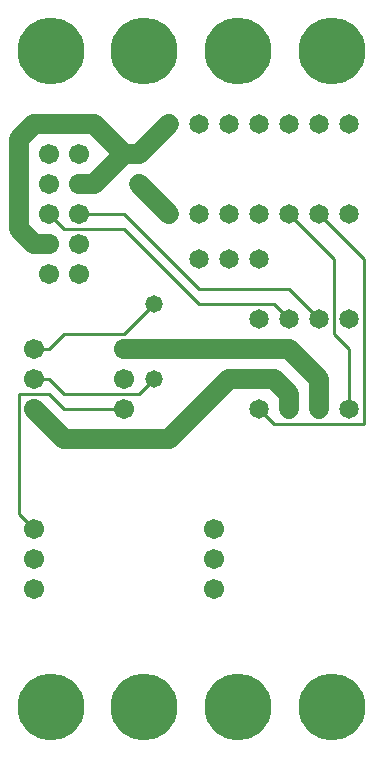
<source format=gbl>
%MOIN*%
%FSLAX25Y25*%
G04 D10 used for Character Trace; *
G04     Circle (OD=.01000) (No hole)*
G04 D11 used for Power Trace; *
G04     Circle (OD=.06500) (No hole)*
G04 D12 used for Signal Trace; *
G04     Circle (OD=.01100) (No hole)*
G04 D13 used for Via; *
G04     Circle (OD=.05800) (Round. Hole ID=.02800)*
G04 D14 used for Component hole; *
G04     Circle (OD=.06500) (Round. Hole ID=.03500)*
G04 D15 used for Component hole; *
G04     Circle (OD=.06700) (Round. Hole ID=.04300)*
G04 D16 used for Component hole; *
G04     Circle (OD=.08100) (Round. Hole ID=.05100)*
G04 D17 used for Component hole; *
G04     Circle (OD=.08900) (Round. Hole ID=.05900)*
G04 D18 used for Component hole; *
G04     Circle (OD=.11300) (Round. Hole ID=.08300)*
G04 D19 used for Component hole; *
G04     Circle (OD=.16000) (Round. Hole ID=.13000)*
G04 D20 used for Component hole; *
G04     Circle (OD=.18300) (Round. Hole ID=.15300)*
G04 D21 used for Component hole; *
G04     Circle (OD=.22291) (Round. Hole ID=.19291)*
%ADD10C,.01000*%
%ADD11C,.06500*%
%ADD12C,.01100*%
%ADD13C,.05800*%
%ADD14C,.06500*%
%ADD15C,.06700*%
%ADD16C,.08100*%
%ADD17C,.08900*%
%ADD18C,.11300*%
%ADD19C,.16000*%
%ADD20C,.18300*%
%ADD21C,.22291*%
%IPPOS*%
%LPD*%
G90*X0Y0D02*D21*X15625Y15625D03*X46875D03*D15*    
X10000Y55000D03*Y65000D03*X70000Y55000D03*        
Y65000D03*Y75000D03*X10000D03*D12*X5000Y80000D01* 
Y120000D01*X15000D01*X20000Y115000D01*X40000D01*  
D15*D03*D12*X20000Y120000D02*X45000D01*X20000D02* 
X15000Y125000D01*X10000D01*D15*D03*D12*Y135000D02*
X15000D01*D15*X10000D03*D12*X15000D02*            
X20000Y140000D01*X40000D01*X50000Y150000D01*D13*  
D03*D14*X65000Y165000D03*D15*X40000Y135000D03*D11*
X75000D01*D14*D03*D11*X95000D01*X105000Y125000D01*
Y115000D01*D14*D03*D11*X95000D02*Y120000D01*D14*  
Y115000D03*D12*X90000Y110000D02*X120000D01*       
Y165000D01*X105000Y180000D01*D14*D03*X115000D03*  
X95000D03*D12*X110000Y165000D01*Y140000D01*       
X115000Y135000D01*Y115000D01*D14*D03*D11*         
X95000Y120000D02*X90000Y125000D01*X75000D01*D14*  
D03*D11*X55000Y105000D01*X20000D01*               
X10000Y115000D01*D15*D03*X40000Y125000D03*D12*    
X45000Y120000D02*X50000Y125000D01*D13*D03*D12*    
X65000Y150000D02*X90000D01*X95000Y145000D01*D14*  
D03*X105000D03*D12*X95000Y155000D01*X65000D01*    
X40000Y180000D01*X25000D01*D15*D03*D12*           
X20000Y175000D02*X40000D01*X65000Y150000D01*D14*  
X75000Y165000D03*X85000Y145000D03*Y165000D03*     
Y180000D03*X75000D03*X65000D03*X55000D03*D11*     
X45000Y190000D01*D14*D03*Y200000D03*D11*X40000D01*
X30000Y190000D01*X25000D01*D15*D03*               
X15000Y200000D03*Y180000D03*D12*X20000Y175000D01* 
D15*X25000Y170000D03*X15000D03*D11*X10000D01*     
X5000Y175000D01*Y205000D01*X10000Y210000D01*      
X30000D01*X40000Y200000D01*X45000D02*             
X55000Y210000D01*D14*D03*X65000D03*X75000D03*D21* 
X78125Y234375D03*X46875D03*D14*X85000Y210000D03*  
D15*X25000Y200000D03*D21*X15625Y234375D03*D14*    
X95000Y210000D03*D15*X15000Y190000D03*Y160000D03* 
X25000D03*D14*X105000Y210000D03*D21*              
X109375Y234375D03*D14*X115000Y210000D03*          
Y145000D03*X85000Y115000D03*D12*X90000Y110000D01* 
D21*X78125Y15625D03*X109375D03*M02*               

</source>
